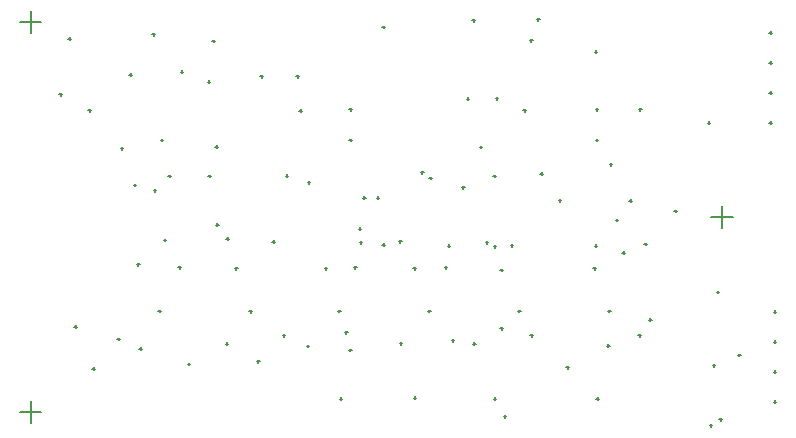
<source format=gbr>
%TF.GenerationSoftware,Altium Limited,Altium Designer,21.1.1 (26)*%
G04 Layer_Color=128*
%FSLAX26Y26*%
%MOIN*%
%TF.SameCoordinates,5075B572-C75D-40FD-B4B0-80468548393A*%
%TF.FilePolarity,Positive*%
%TF.FileFunction,Drillmap*%
%TF.Part,Single*%
G01*
G75*
%TA.AperFunction,NonConductor*%
%ADD52C,0.005000*%
D52*
X3012420Y1446125D02*
X3021420D01*
X3016920Y1441625D02*
Y1450625D01*
X2871500Y1716000D02*
X2880500D01*
X2876000Y1711500D02*
Y1720500D01*
X850500Y2290000D02*
X859500D01*
X855000Y2285500D02*
Y2294500D01*
X1610500Y2165000D02*
X1619500D01*
X1615000Y2160500D02*
Y2169500D01*
X1787534Y1952598D02*
X1796534D01*
X1792034Y1948098D02*
Y1957098D01*
X1787534Y2054962D02*
X1796534D01*
X1792034Y2050462D02*
Y2059462D01*
X1833117Y1760617D02*
X1842117D01*
X1837617Y1756117D02*
Y1765117D01*
X1490500Y2165000D02*
X1499500D01*
X1495000Y2160500D02*
Y2169500D01*
X2697500Y1576500D02*
X2706500D01*
X2702000Y1572000D02*
Y1581000D01*
X2605500Y1600000D02*
X2614500D01*
X2610000Y1595500D02*
Y1604500D01*
X2390500Y1301117D02*
X2399500D01*
X2395000Y1296617D02*
Y1305617D01*
X2770500Y1605476D02*
X2779500D01*
X2775000Y1600976D02*
Y1609976D01*
X2675358Y1685500D02*
X2684358D01*
X2679858Y1681000D02*
Y1690000D01*
X2349916Y1382333D02*
X2358916D01*
X2354416Y1377833D02*
Y1386833D01*
X2290500Y1325000D02*
X2299500D01*
X2295000Y1320500D02*
Y1329500D01*
X2105500Y1528000D02*
X2114500D01*
X2110000Y1523500D02*
Y1532500D01*
X2050062Y1382333D02*
X2059062D01*
X2054562Y1377833D02*
Y1386833D01*
X871324Y1330552D02*
X880324D01*
X875824Y1326052D02*
Y1335052D01*
X1087563Y1256897D02*
X1096563D01*
X1092063Y1252397D02*
Y1261397D01*
X820500Y2105000D02*
X829500D01*
X825000Y2100500D02*
Y2109500D01*
X1135500Y1785000D02*
X1144500D01*
X1140000Y1780500D02*
Y1789500D01*
X2649768Y1382333D02*
X2658768D01*
X2654268Y1377833D02*
Y1386833D01*
X1818868Y1657159D02*
X1827868D01*
X1823368Y1652659D02*
Y1661659D01*
X1750208Y1382333D02*
X1759208D01*
X1754708Y1377833D02*
Y1386833D01*
X2510500Y1195000D02*
X2519500D01*
X2515000Y1190500D02*
Y1199500D01*
X2750500Y1301117D02*
X2759500D01*
X2755000Y1296617D02*
Y1305617D01*
X2646779Y1266236D02*
X2655779D01*
X2651279Y1261736D02*
Y1270736D01*
X2600500Y1525000D02*
X2609500D01*
X2605000Y1520500D02*
Y1529500D01*
X2290705Y1519535D02*
X2299705D01*
X2295205Y1515035D02*
Y1524035D01*
X2325500Y1601500D02*
X2334500D01*
X2330000Y1597000D02*
Y1606000D01*
X2267261Y1832658D02*
X2276261D01*
X2271761Y1828158D02*
Y1837158D01*
X2268662Y1598488D02*
X2277662D01*
X2273162Y1593988D02*
Y1602988D01*
X2242000Y1611000D02*
X2251000D01*
X2246500Y1606500D02*
Y1615500D01*
X2026588Y1844525D02*
X2035588D01*
X2031088Y1840025D02*
Y1849025D01*
X2054500Y1826000D02*
X2063500D01*
X2059000Y1821500D02*
Y1830500D01*
X1317500Y1832000D02*
X1326500D01*
X1322000Y1827500D02*
Y1836500D01*
X1184417Y1832469D02*
X1193417D01*
X1188917Y1827969D02*
Y1836969D01*
X1645000Y1265779D02*
X1654000D01*
X1649500Y1261279D02*
Y1270279D01*
X1565500Y1301117D02*
X1574500D01*
X1570000Y1296617D02*
Y1305617D01*
X2720500Y1750000D02*
X2729500D01*
X2725000Y1745500D02*
Y1754500D01*
X1454000Y1381254D02*
X1463000D01*
X1458500Y1376754D02*
Y1385754D01*
X1150500Y1382333D02*
X1159500D01*
X1155000Y1377833D02*
Y1386833D01*
X930570Y1189854D02*
X939570D01*
X935070Y1185354D02*
Y1194354D01*
X1786966Y1252258D02*
X1795966D01*
X1791466Y1247758D02*
Y1256758D01*
X1955500Y1275000D02*
X1964500D01*
X1960000Y1270500D02*
Y1279500D01*
X2129134Y1284085D02*
X2138134D01*
X2133634Y1279585D02*
Y1288585D01*
X2199873Y1273558D02*
X2208873D01*
X2204373Y1269058D02*
Y1278058D01*
X3083342Y1235224D02*
X3092342D01*
X3087842Y1230724D02*
Y1239724D01*
X2998500Y1201000D02*
X3007500D01*
X3003000Y1196500D02*
Y1205500D01*
X2179211Y2090641D02*
X2188211D01*
X2183711Y2086141D02*
Y2095141D01*
X2115500Y1600000D02*
X2124500D01*
X2120000Y1595500D02*
Y1604500D01*
X2000500Y1525000D02*
X2009500D01*
X2005000Y1520500D02*
Y1529500D01*
X1705500Y1525000D02*
X1714500D01*
X1710000Y1520500D02*
Y1529500D01*
X1479674Y1215000D02*
X1488674D01*
X1484174Y1210500D02*
Y1219500D01*
X1375500Y1273560D02*
X1384500D01*
X1380000Y1269060D02*
Y1278060D01*
X1248842Y1205866D02*
X1257842D01*
X1253342Y1201366D02*
Y1210366D01*
X1406715Y1524822D02*
X1415715D01*
X1411215Y1520322D02*
Y1529322D01*
X1014401Y1288988D02*
X1023401D01*
X1018901Y1284488D02*
Y1293488D01*
X1315840Y2146500D02*
X1324840D01*
X1320340Y2142000D02*
Y2151000D01*
X1225500Y2180000D02*
X1234500D01*
X1230000Y2175500D02*
Y2184500D01*
X1054308Y2170000D02*
X1063308D01*
X1058808Y2165500D02*
Y2174500D01*
X1068500Y1802000D02*
X1077500D01*
X1073000Y1797500D02*
Y1806500D01*
X1025500Y1925000D02*
X1034500D01*
X1030000Y1920500D02*
Y1929500D01*
X917652Y2051207D02*
X926652D01*
X922152Y2046707D02*
Y2055707D01*
X1620500Y2050000D02*
X1629500D01*
X1625000Y2045500D02*
Y2054500D01*
X1340500Y1930000D02*
X1349500D01*
X1345000Y1925500D02*
Y1934500D01*
X1130500Y2305000D02*
X1139500D01*
X1135000Y2300500D02*
Y2309500D01*
X1080277Y1538049D02*
X1089277D01*
X1084777Y1533549D02*
Y1542549D01*
X3020650Y1021535D02*
X3029650D01*
X3025150Y1017035D02*
Y1026035D01*
X2988737Y1000815D02*
X2997737D01*
X2993237Y996315D02*
Y1005315D01*
X3202324Y1380000D02*
X3211324D01*
X3206824Y1375500D02*
Y1384500D01*
X2786500Y1354000D02*
X2795500D01*
X2791000Y1349500D02*
Y1358500D01*
X3202324Y1280000D02*
X3211324D01*
X3206824Y1275500D02*
Y1284500D01*
X3202324Y1180000D02*
X3211324D01*
X3206824Y1175500D02*
Y1184500D01*
X3202324Y1080000D02*
X3211324D01*
X3206824Y1075500D02*
Y1084500D01*
X2982000Y2010238D02*
X2991000D01*
X2986500Y2005738D02*
Y2014738D01*
X3187324Y2310238D02*
X3196324D01*
X3191824Y2305738D02*
Y2314738D01*
X3187324Y2110238D02*
X3196324D01*
X3191824Y2105738D02*
Y2114738D01*
X3187324Y2010238D02*
X3196324D01*
X3191824Y2005738D02*
Y2014738D01*
X3187324Y2210238D02*
X3196324D01*
X3191824Y2205738D02*
Y2214738D01*
X1343515Y1670090D02*
X1352515D01*
X1348015Y1665590D02*
Y1674590D01*
X1648500Y1811772D02*
X1657500D01*
X1653000Y1807272D02*
Y1816272D01*
X2002094Y1093978D02*
X2011094D01*
X2006594Y1089478D02*
Y1098478D01*
X1530905Y1613639D02*
X1539905D01*
X1535405Y1609139D02*
Y1618139D01*
X1377534Y1623820D02*
X1386534D01*
X1382034Y1619320D02*
Y1628320D01*
X2275500Y2091000D02*
X2284500D01*
X2280000Y2086500D02*
Y2095500D01*
X2302500Y1031000D02*
X2311500D01*
X2307000Y1026500D02*
Y1035500D01*
X1217500Y1528000D02*
X1226500D01*
X1222000Y1523500D02*
Y1532500D01*
X1822500Y1611000D02*
X1831500D01*
X1827000Y1606500D02*
Y1615500D01*
X1803500Y1527402D02*
X1812500D01*
X1808000Y1522902D02*
Y1531902D01*
X1575000Y1833000D02*
X1584000D01*
X1579500Y1828500D02*
Y1837500D01*
X1953500Y1615000D02*
X1962500D01*
X1958000Y1610500D02*
Y1619500D01*
X1897500Y1604000D02*
X1906500D01*
X1902000Y1599500D02*
Y1608500D01*
X2424500Y1840000D02*
X2433500D01*
X2429000Y1835500D02*
Y1844500D01*
X1878722Y1760592D02*
X1887722D01*
X1883222Y1756092D02*
Y1765092D01*
X2413500Y2355000D02*
X2422500D01*
X2418000Y2350500D02*
Y2359500D01*
X2655500Y1871000D02*
X2664500D01*
X2660000Y1866500D02*
Y1875500D01*
X2197500Y2351000D02*
X2206500D01*
X2202000Y2346500D02*
Y2355500D01*
X2163466Y1795000D02*
X2172466D01*
X2167966Y1790500D02*
Y1799500D01*
X1773500Y1311000D02*
X1782500D01*
X1778000Y1306500D02*
Y1315500D01*
X1331472Y2282812D02*
X1340472D01*
X1335972Y2278312D02*
Y2287312D01*
X2611290Y1090042D02*
X2620290D01*
X2615790Y1085542D02*
Y1094542D01*
X1897272Y2328872D02*
X1906272D01*
X1901772Y2324372D02*
Y2333372D01*
X2608466Y2054962D02*
X2617466D01*
X2612966Y2050462D02*
Y2059462D01*
X2605868Y2246654D02*
X2614868D01*
X2610368Y2242154D02*
Y2251154D01*
X1168466Y1618818D02*
X1177466D01*
X1172966Y1614318D02*
Y1623318D01*
X1755848Y1090042D02*
X1764848D01*
X1760348Y1085542D02*
Y1094542D01*
X1158466Y1952598D02*
X1167466D01*
X1162966Y1948098D02*
Y1957098D01*
X2269114Y1090042D02*
X2278114D01*
X2273614Y1085542D02*
Y1094542D01*
X2222534Y1928978D02*
X2231534D01*
X2227034Y1924478D02*
Y1933478D01*
X2485434Y1751024D02*
X2494434D01*
X2489934Y1746524D02*
Y1755524D01*
X2367534Y2051026D02*
X2376534D01*
X2372034Y2046526D02*
Y2055526D01*
X2608466Y1952598D02*
X2617466D01*
X2612966Y1948098D02*
Y1957098D01*
X2389528Y2284056D02*
X2398528D01*
X2394028Y2279556D02*
Y2288556D01*
X2753466Y2054962D02*
X2762466D01*
X2757966Y2050462D02*
Y2059462D01*
X689000Y1045000D02*
X761000D01*
X725000Y1009000D02*
Y1081000D01*
X689000Y2345000D02*
X761000D01*
X725000Y2309000D02*
Y2381000D01*
X2994000Y1695000D02*
X3066000D01*
X3030000Y1659000D02*
Y1731000D01*
%TF.MD5,2f12b310a62d670d673f7fc3be1b9acb*%
M02*

</source>
